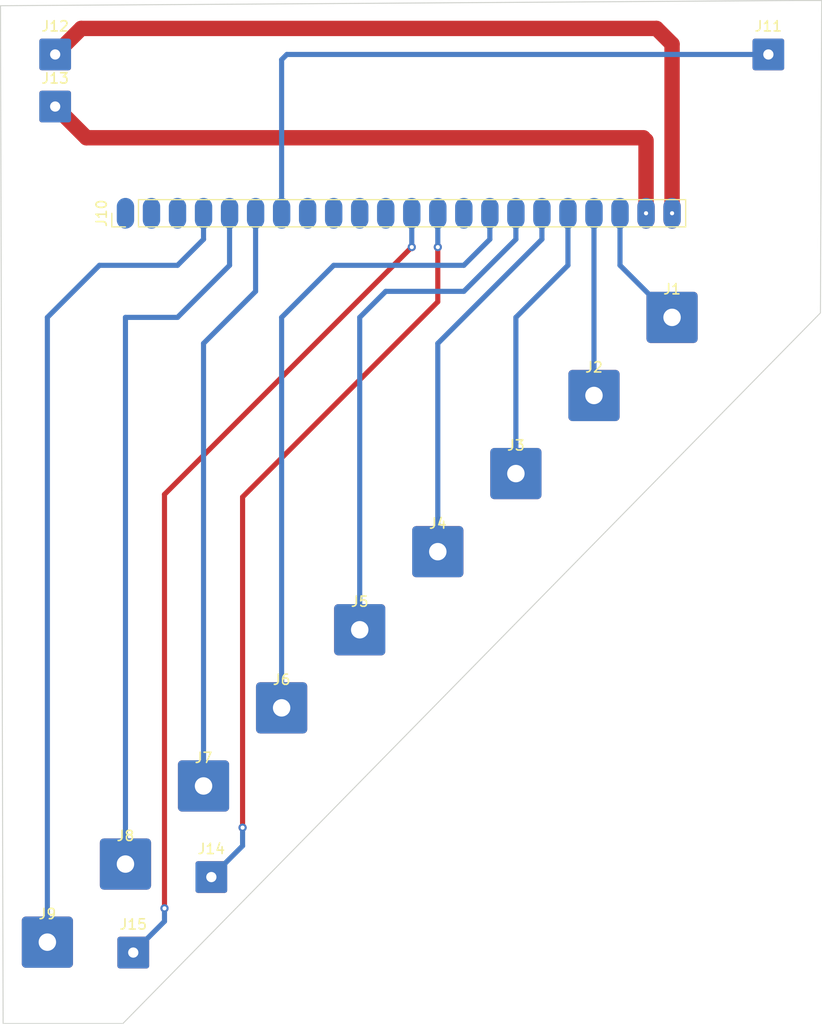
<source format=kicad_pcb>
(kicad_pcb (version 20211014) (generator pcbnew)
  (layers (0 "F.Cu" signal) (31 "B.Cu" signal) (34 "B.Paste" user) (35 "F.Paste" user) (38 "B.Mask" user) (39 "F.Mask" user) (44 "Edge.Cuts" user))
  (net 0 "")
  (net 3 "Net-(J10-Pad7)")
  (net 8 "Net-(J10-Pad12)")
  (net 9 "Net-(J10-Pad13)")
  (net 10 "Net-(J10-Pad21)")
  (net 11 "Net-(J10-Pad22)")
  (net 12 "Net-(J1-Pad1)")
  (net 13 "Net-(J10-Pad19)")
  (net 14 "Net-(J10-Pad18)")
  (net 15 "Net-(J10-Pad16)")
  (net 16 "Net-(J10-Pad17)")
  (net 17 "Net-(J10-Pad6)")
  (net 18 "Net-(J10-Pad5)")
  (net 19 "Net-(J10-Pad4)")
  (net 20 "Net-(J10-Pad15)")
  (footprint "myLibrary:SolderWire-EMMMA-3mm1.7mm" (layer "F.Cu") (at 144.78 132.08)
    (fp_text reference "J9" (at 0 -2.75) (layer "F.SilkS"))
    (fp_text value "Conn_01x01_Male")
    (pad "1" thru_hole roundrect (at 0 0) (size 5 5) (drill 1.7) (layers *.Cu *.Mask) (roundrect_rratio 0.080645) (net 19 "Net-(J10-Pad4)"))
  )
  (footprint "myLibrary:SolderWire-EMMMA-3mm1.7mm" (layer "F.Cu") (at 160.02 116.84)
    (fp_text reference "J7" (at 0 -2.75) (layer "F.SilkS"))
    (fp_text value "Conn_01x01_Male")
    (pad "1" thru_hole roundrect (at 0 0) (size 5 5) (drill 1.7) (layers *.Cu *.Mask) (roundrect_rratio 0.080645) (net 17 "Net-(J10-Pad6)"))
  )
  (footprint "myLibrary:SolderWire-EMMMA-3mm1.7mm" (layer "F.Cu") (at 198.12 78.74)
    (fp_text reference "J2" (at 0 -2.75) (layer "F.SilkS"))
    (fp_text value "Conn_01x01_Male")
    (pad "1" thru_hole roundrect (at 0 0) (size 5 5) (drill 1.7) (layers *.Cu *.Mask) (roundrect_rratio 0.080645) (net 13 "Net-(J10-Pad19)"))
  )
  (footprint "myLibrary:SolderWire-1.5sqmm_1x01_D1.0mm_OD3mm" (layer "F.Cu") (at 145.542 50.546)
    (fp_text reference "J13" (at 0 -2.75) (layer "F.SilkS"))
    (fp_text value "Conn_01x01_Male")
    (pad "1" thru_hole roundrect (at 0 0) (size 3.1 3.1) (drill 1) (layers *.Cu *.Mask) (roundrect_rratio 0.08064483871) (net 10 "Net-(J10-Pad21)"))
  )
  (footprint "myLibrary:SolderWire-EMMMA-3mm1.7mm" (layer "F.Cu") (at 167.64 109.22)
    (fp_text reference "J6" (at 0 -2.75) (layer "F.SilkS"))
    (fp_text value "Conn_01x01_Male")
    (pad "1" thru_hole roundrect (at 0 0) (size 5 5) (drill 1.7) (layers *.Cu *.Mask) (roundrect_rratio 0.080645) (net 20 "Net-(J10-Pad15)"))
  )
  (footprint "myLibrary:SolderWire-1.5sqmm_1x01_D1.0mm_OD3mm" (layer "F.Cu") (at 160.782 125.73)
    (fp_text reference "J14" (at 0 -2.75) (layer "F.SilkS"))
    (fp_text value "Conn_01x01_Male")
    (pad "1" thru_hole roundrect (at 0 0) (size 3.1 3.1) (drill 1) (layers *.Cu *.Mask) (roundrect_rratio 0.08064483871) (net 9 "Net-(J10-Pad13)"))
  )
  (footprint "myLibrary:SolderWire-EMMMA-3mm1.7mm" (layer "F.Cu") (at 182.88 93.98)
    (fp_text reference "J4" (at 0 -2.75) (layer "F.SilkS"))
    (fp_text value "Conn_01x01_Male")
    (pad "1" thru_hole roundrect (at 0 0) (size 5 5) (drill 1.7) (layers *.Cu *.Mask) (roundrect_rratio 0.080645) (net 16 "Net-(J10-Pad17)"))
  )
  (footprint "myLibrary:SolderWire-EMMMA-3mm1.7mm" (layer "F.Cu") (at 190.5 86.36)
    (fp_text reference "J3" (at 0 -2.75) (layer "F.SilkS"))
    (fp_text value "Conn_01x01_Male")
    (pad "1" thru_hole roundrect (at 0 0) (size 5 5) (drill 1.7) (layers *.Cu *.Mask) (roundrect_rratio 0.080645) (net 14 "Net-(J10-Pad18)"))
  )
  (footprint "myLibrary:SolderWire-1.5sqmm_1x01_D1.0mm_OD3mm" (layer "F.Cu") (at 145.542 45.466)
    (fp_text reference "J12" (at 0 -2.75) (layer "F.SilkS"))
    (fp_text value "Conn_01x01_Male")
    (pad "1" thru_hole roundrect (at 0 0) (size 3.1 3.1) (drill 1) (layers *.Cu *.Mask) (roundrect_rratio 0.08064483871) (net 11 "Net-(J10-Pad22)"))
  )
  (footprint "myLibrary:SolderWire-EMMMA-3mm1.7mm" (layer "F.Cu") (at 175.26 101.6)
    (fp_text reference "J5" (at 0 -2.75) (layer "F.SilkS"))
    (fp_text value "Conn_01x01_Male")
    (pad "1" thru_hole roundrect (at 0 0) (size 5 5) (drill 1.7) (layers *.Cu *.Mask) (roundrect_rratio 0.080645) (net 15 "Net-(J10-Pad16)"))
  )
  (footprint "Connector_PinHeader_2.54mm:PinHeader_1x22_P2.54mm_Vertical" (layer "F.Cu") (at 152.4 60.96 90)
    (fp_text reference "J10" (at 0 -2.33 90) (layer "F.SilkS"))
    (fp_text value "Conn_01x22_Female")
    (fp_line (start -1.33 1.27) (end -1.33 54.67) (layer "F.SilkS") (width 0.12))
    (fp_line (start -1.33 0) (end -1.33 -1.33) (layer "F.SilkS") (width 0.12))
    (fp_line (start -1.33 1.27) (end 1.33 1.27) (layer "F.SilkS") (width 0.12))
    (fp_line (start 1.33 1.27) (end 1.33 54.67) (layer "F.SilkS") (width 0.12))
    (fp_line (start -1.33 54.67) (end 1.33 54.67) (layer "F.SilkS") (width 0.12))
    (fp_line (start -1.33 -1.33) (end 0 -1.33) (layer "F.SilkS") (width 0.12))
    (pad "1" connect oval (at 0 0 90) (size 3 1.7) (layers "B.Cu" "B.Mask"))
    (pad "2" connect oval (at 0 2.54 90) (size 3 1.7) (layers "B.Cu" "B.Mask"))
    (pad "3" connect oval (at 0 5.08 90) (size 3 1.7) (layers "B.Cu" "B.Mask"))
    (pad "4" connect oval (at 0 7.62 90) (size 3 1.7) (layers "B.Cu" "B.Mask") (net 19 "Net-(J10-Pad4)"))
    (pad "5" connect oval (at 0 10.16 90) (size 3 1.7) (layers "B.Cu" "B.Mask") (net 18 "Net-(J10-Pad5)"))
    (pad "6" connect oval (at 0 12.7 90) (size 3 1.7) (layers "B.Cu" "B.Mask") (net 17 "Net-(J10-Pad6)"))
    (pad "7" connect oval (at 0 15.24 90) (size 3 1.7) (layers "B.Cu" "B.Mask") (net 3 "Net-(J10-Pad7)"))
    (pad "8" connect oval (at 0 17.78 90) (size 3 1.7) (layers "B.Cu" "B.Mask"))
    (pad "9" connect oval (at 0 20.32 90) (size 3 1.7) (layers "B.Cu" "B.Mask"))
    (pad "10" connect oval (at 0 22.86 90) (size 3 1.7) (layers "B.Cu" "B.Mask"))
    (pad "11" connect oval (at 0 25.4 90) (size 3 1.7) (layers "B.Cu" "B.Mask"))
    (pad "12" connect oval (at 0 27.94 90) (size 3 1.7) (layers "B.Cu" "B.Mask") (net 8 "Net-(J10-Pad12)"))
    (pad "13" connect oval (at 0 30.48 90) (size 3 1.7) (layers "B.Cu" "B.Mask") (net 9 "Net-(J10-Pad13)"))
    (pad "14" connect oval (at 0 33.02 90) (size 3 1.7) (layers "B.Cu" "B.Mask"))
    (pad "15" connect oval (at 0 35.56 90) (size 3 1.7) (layers "B.Cu" "B.Mask") (net 20 "Net-(J10-Pad15)"))
    (pad "16" connect oval (at 0 38.1 90) (size 3 1.7) (layers "B.Cu" "B.Mask") (net 15 "Net-(J10-Pad16)"))
    (pad "17" connect oval (at 0 40.64 90) (size 3 1.7) (layers "B.Cu" "B.Mask") (net 16 "Net-(J10-Pad17)"))
    (pad "18" connect oval (at 0 43.18 90) (size 3 1.7) (layers "B.Cu" "B.Mask") (net 14 "Net-(J10-Pad18)"))
    (pad "19" connect oval (at 0 45.72 90) (size 3 1.7) (layers "B.Cu" "B.Mask") (net 13 "Net-(J10-Pad19)"))
    (pad "20" connect oval (at 0 48.26 90) (size 3 1.7) (layers "B.Cu" "B.Mask") (net 12 "Net-(J1-Pad1)"))
    (pad "21" connect oval (at 0 50.8 90) (size 3 1.7) (layers "F.Cu" "B.Mask") (net 10 "Net-(J10-Pad21)"))
    (pad "22" connect oval (at 0 53.34 90) (size 3 1.7) (layers "F.Cu" "B.Mask") (net 11 "Net-(J10-Pad22)"))
  )
  (footprint "myLibrary:SolderWire-EMMMA-3mm1.7mm" (layer "F.Cu") (at 152.4 124.46)
    (fp_text reference "J8" (at 0 -2.75) (layer "F.SilkS"))
    (fp_text value "Conn_01x01_Male")
    (pad "1" thru_hole roundrect (at 0 0) (size 5 5) (drill 1.7) (layers *.Cu *.Mask) (roundrect_rratio 0.080645) (net 18 "Net-(J10-Pad5)"))
  )
  (footprint "myLibrary:SolderWire-1.5sqmm_1x01_D1.0mm_OD3mm" (layer "F.Cu") (at 215.138 45.466)
    (fp_text reference "J11" (at 0 -2.75) (layer "F.SilkS"))
    (fp_text value "Conn_01x01_Male")
    (pad "1" thru_hole roundrect (at 0 0) (size 3.1 3.1) (drill 1) (layers *.Cu *.Mask) (roundrect_rratio 0.08064483871) (net 3 "Net-(J10-Pad7)"))
  )
  (footprint "myLibrary:SolderWire-EMMMA-3mm1.7mm" (layer "F.Cu") (at 205.74 71.12)
    (fp_text reference "J1" (at 0 -2.75) (layer "F.SilkS"))
    (fp_text value "Conn_01x01_Male")
    (pad "1" thru_hole roundrect (at 0 0) (size 5 5) (drill 1.7) (layers *.Cu *.Mask) (roundrect_rratio 0.080645) (net 12 "Net-(J1-Pad1)"))
  )
  (footprint "myLibrary:SolderWire-1.5sqmm_1x01_D1.0mm_OD3mm" (layer "F.Cu") (at 153.162 133.096)
    (fp_text reference "J15" (at 0 -2.75) (layer "F.SilkS"))
    (fp_text value "Conn_01x01_Male")
    (pad "1" thru_hole roundrect (at 0 0) (size 3.1 3.1) (drill 1) (layers *.Cu *.Mask) (roundrect_rratio 0.08064483871) (net 8 "Net-(J10-Pad12)"))
  )
  (footprint "" (layer "B.Cu") (at 205.74 60.96 180)
    (fp_text reference "" (at 0 0) (layer "B.SilkS") (effects (font (size 1.27 1.27)) (justify mirror)))
    (fp_text value "" (at 0 0) (layer "B.SilkS") (effects (font (size 1.27 1.27)) (justify mirror)))
    (pad "22" connect oval (at 0 0 90) (size 3 1.7) (layers "B.Cu" "F.Mask") (net 11 "Net-(J10-Pad22)"))
  )
  (footprint "" (layer "B.Cu") (at 203.2 60.96 180)
    (fp_text reference "" (at 0 0) (layer "B.SilkS") (effects (font (size 1.27 1.27)) (justify mirror)))
    (fp_text value "" (at 0 0) (layer "B.SilkS") (effects (font (size 1.27 1.27)) (justify mirror)))
    (pad "21" connect oval (at 0 0 90) (size 3 1.7) (layers "B.Cu" "F.Mask") (net 10 "Net-(J10-Pad21)"))
  )
  (gr_poly (pts (xy 140.207902 40.709955) (xy 140.461902 140.023955) (xy 152.145902 140.023955) (xy 220.217902 70.681955) (xy 220.339902 40.201955) (xy 217.677902 40.201955)) (layer "Edge.Cuts") (width 0.1) (fill none))
  (segment (start 168.148 45.466) (end 215.138 45.466) (width 0.5) (layer "B.Cu") (net 3))
  (segment (start 167.64 45.974) (end 168.148 45.466) (width 0.5) (layer "B.Cu") (net 3))
  (segment (start 167.64 60.96) (end 167.64 45.974) (width 0.5) (layer "B.Cu") (net 3))
  (segment (start 156.21 88.392) (end 156.21 128.778) (width 0.5) (layer "F.Cu") (net 8))
  (segment (start 156.21 88.392) (end 180.34 64.262) (width 0.5) (layer "F.Cu") (net 8))
  (via (at 180.34 64.262) (size 0.8) (drill 0.4) (layers "F.Cu" "B.Cu") (net 8))
  (via (at 156.21 128.778) (size 0.8) (drill 0.4) (layers "F.Cu" "B.Cu") (net 8))
  (segment (start 180.34 60.96) (end 180.34 64.262) (width 0.5) (layer "B.Cu") (net 8))
  (segment (start 156.21 130.048) (end 153.162 133.096) (width 0.5) (layer "B.Cu") (net 8))
  (segment (start 156.21 128.778) (end 156.21 130.048) (width 0.5) (layer "B.Cu") (net 8))
  (segment (start 163.83 88.646) (end 163.83 120.904) (width 0.5) (layer "F.Cu") (net 9))
  (segment (start 182.88 64.262) (end 182.88 69.596) (width 0.5) (layer "F.Cu") (net 9))
  (segment (start 164.592 87.884) (end 163.83 88.646) (width 0.5) (layer "F.Cu") (net 9))
  (segment (start 182.88 69.596) (end 164.592 87.884) (width 0.5) (layer "F.Cu") (net 9))
  (via (at 163.83 120.904) (size 0.8) (drill 0.4) (layers "F.Cu" "B.Cu") (net 9))
  (via (at 182.88 64.262) (size 0.8) (drill 0.4) (layers "F.Cu" "B.Cu") (net 9))
  (segment (start 182.88 60.96) (end 182.88 64.262) (width 0.5) (layer "B.Cu") (net 9))
  (segment (start 163.83 120.904) (end 163.83 122.682) (width 0.5) (layer "B.Cu") (net 9))
  (segment (start 163.83 122.682) (end 160.782 125.73) (width 0.5) (layer "B.Cu") (net 9))
  (segment (start 148.59 53.594) (end 145.542 50.546) (width 1.5) (layer "F.Cu") (net 10))
  (segment (start 203.2 53.848) (end 202.946 53.594) (width 0.5) (layer "F.Cu") (net 10))
  (segment (start 203.2 60.96) (end 203.2 53.848) (width 1.5) (layer "F.Cu") (net 10))
  (segment (start 202.946 53.594) (end 148.59 53.594) (width 1.5) (layer "F.Cu") (net 10))
  (via (at 203.2 60.96) (size 0.8) (drill 0.4) (layers "F.Cu" "B.Cu") (net 10))
  (segment (start 205.74 44.45) (end 204.216 42.926) (width 1.5) (layer "F.Cu") (net 11))
  (segment (start 148.082 42.926) (end 145.542 45.466) (width 1.5) (layer "F.Cu") (net 11))
  (segment (start 205.74 60.96) (end 205.74 44.45) (width 1.5) (layer "F.Cu") (net 11))
  (segment (start 204.216 42.926) (end 148.082 42.926) (width 1.5) (layer "F.Cu") (net 11))
  (via (at 205.74 60.96) (size 0.8) (drill 0.4) (layers "F.Cu" "B.Cu") (net 11))
  (segment (start 200.66 66.04) (end 200.66 60.96) (width 0.5) (layer "B.Cu") (net 12))
  (segment (start 205.74 71.12) (end 200.66 66.04) (width 0.5) (layer "B.Cu") (net 12))
  (segment (start 198.12 78.74) (end 198.12 60.96) (width 0.5) (layer "B.Cu") (net 13))
  (segment (start 190.5 71.12) (end 195.58 66.04) (width 0.5) (layer "B.Cu") (net 14))
  (segment (start 195.58 66.04) (end 195.58 60.96) (width 0.5) (layer "B.Cu") (net 14))
  (segment (start 190.5 86.36) (end 190.5 71.12) (width 0.5) (layer "B.Cu") (net 14))
  (segment (start 177.8 68.58) (end 185.42 68.58) (width 0.5) (layer "B.Cu") (net 15))
  (segment (start 190.5 63.5) (end 190.5 60.96) (width 0.5) (layer "B.Cu") (net 15))
  (segment (start 175.26 71.12) (end 177.8 68.58) (width 0.5) (layer "B.Cu") (net 15))
  (segment (start 185.42 68.58) (end 190.5 63.5) (width 0.5) (layer "B.Cu") (net 15))
  (segment (start 175.26 101.6) (end 175.26 71.12) (width 0.5) (layer "B.Cu") (net 15))
  (segment (start 182.88 93.98) (end 182.88 73.66) (width 0.5) (layer "B.Cu") (net 16))
  (segment (start 182.88 73.66) (end 193.04 63.5) (width 0.5) (layer "B.Cu") (net 16))
  (segment (start 193.04 63.5) (end 193.04 60.96) (width 0.5) (layer "B.Cu") (net 16))
  (segment (start 165.1 68.58) (end 165.1 60.96) (width 0.5) (layer "B.Cu") (net 17))
  (segment (start 160.02 73.66) (end 165.1 68.58) (width 0.5) (layer "B.Cu") (net 17))
  (segment (start 160.02 116.84) (end 160.02 73.66) (width 0.5) (layer "B.Cu") (net 17))
  (segment (start 152.4 71.12) (end 157.48 71.12) (width 0.5) (layer "B.Cu") (net 18))
  (segment (start 162.56 66.04) (end 162.56 60.96) (width 0.5) (layer "B.Cu") (net 18))
  (segment (start 157.48 71.12) (end 162.56 66.04) (width 0.5) (layer "B.Cu") (net 18))
  (segment (start 152.4 124.46) (end 152.4 71.12) (width 0.5) (layer "B.Cu") (net 18))
  (segment (start 160.02 63.5) (end 160.02 60.96) (width 0.5) (layer "B.Cu") (net 19))
  (segment (start 144.78 132.08) (end 144.78 71.12) (width 0.5) (layer "B.Cu") (net 19))
  (segment (start 149.86 66.04) (end 157.48 66.04) (width 0.5) (layer "B.Cu") (net 19))
  (segment (start 157.48 66.04) (end 160.02 63.5) (width 0.5) (layer "B.Cu") (net 19))
  (segment (start 144.78 71.12) (end 149.86 66.04) (width 0.5) (layer "B.Cu") (net 19))
  (segment (start 172.72 66.04) (end 185.42 66.04) (width 0.5) (layer "B.Cu") (net 20))
  (segment (start 187.96 63.5) (end 187.96 60.96) (width 0.5) (layer "B.Cu") (net 20))
  (segment (start 167.64 109.22) (end 167.64 71.12) (width 0.5) (layer "B.Cu") (net 20))
  (segment (start 167.64 71.12) (end 172.72 66.04) (width 0.5) (layer "B.Cu") (net 20))
  (segment (start 185.42 66.04) (end 187.96 63.5) (width 0.5) (layer "B.Cu") (net 20))
)
</source>
